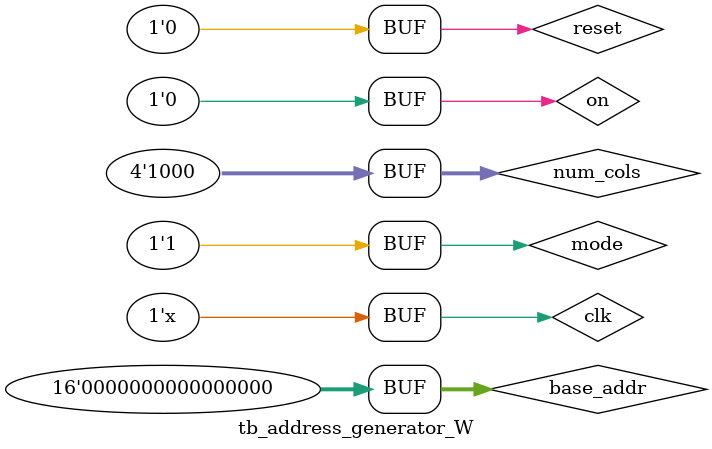
<source format=v>
`timescale 100ns/1ns

module tb_address_generator_W #(
    parameter integer ADDR_WIDTH    = 16,
    parameter integer ARRAY_M       = 8,
    parameter integer CONCAT_ADDR_WIDTH = ADDR_WIDTH * ARRAY_M
);
    reg clk;
    reg reset;
    reg mode;
    reg on;
    reg [ADDR_WIDTH-1:0]base_addr;
    reg [$clog2(ARRAY_M) : 0] num_cols;
    
    wire [CONCAT_ADDR_WIDTH-1:0] address;
    wire [ARRAY_M-1          :0] enable ;
    
    adderss_generator_W ag_w(
        .clk(clk),
        .reset(reset),
        .mode(mode),
        .on(on),
        .base_addr(base_addr),
        .num_cols(num_cols),
        .address(address),
        .enable(enable)
    );
    
    initial begin
        clk = 1;
        reset = 1;
        mode = 0;
        on          = 0;
        base_addr   = 0;
        num_cols    = 0;
        # 1
        $display("reset off");
        reset = 0;
        # 1
        $display("WS test");
        mode = 0;
        on        = 1;
        num_cols  = 8;
        base_addr = 0;
        # 8
        on        = 0;
        # 8
        $display("reset");
        reset = 1;
        #1
        $display("reset off");
        reset = 0;
        #1
        $display("OS test");
        mode = 1;
        on        = 1;
        num_cols  = 8;
        base_addr = 0;
        # 8
        on        = 0;
        
        
    end;
    
    always #0.5 clk = !clk;
    
endmodule
</source>
